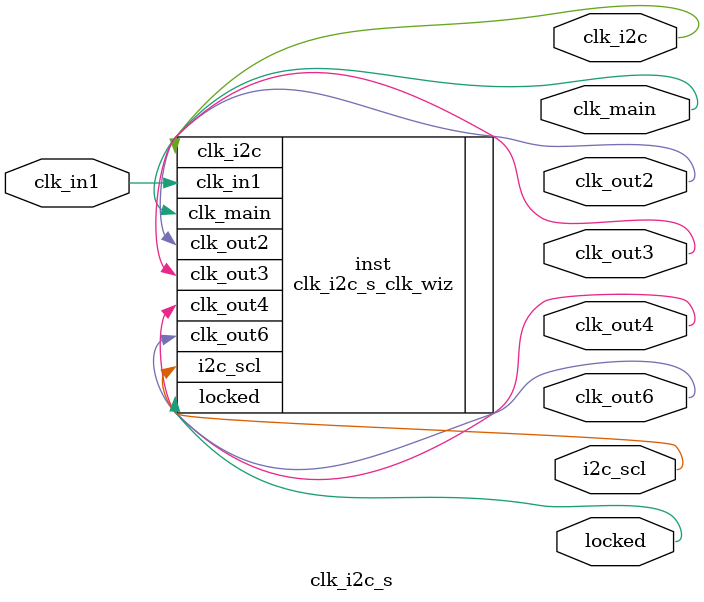
<source format=v>


`timescale 1ps/1ps

(* CORE_GENERATION_INFO = "clk_i2c_s,clk_wiz_v6_0_3_0_0,{component_name=clk_i2c_s,use_phase_alignment=true,use_min_o_jitter=false,use_max_i_jitter=false,use_dyn_phase_shift=false,use_inclk_switchover=false,use_dyn_reconfig=false,enable_axi=0,feedback_source=FDBK_AUTO,PRIMITIVE=MMCM,num_out_clk=7,clkin1_period=8.0,clkin2_period=10.000,use_power_down=false,use_reset=false,use_locked=true,use_inclk_stopped=false,feedback_type=SINGLE,CLOCK_MGR_TYPE=NA,manual_override=true}" *)

module clk_i2c_s 
 (
  // Clock out ports
  output        clk_main,
  output        clk_out2,
  output        clk_out3,
  output        clk_out4,
  output        i2c_scl,
  output        clk_out6,
  output        clk_i2c,
  // Status and control signals
  output        locked,
 // Clock in ports
  input         clk_in1
 );

  clk_i2c_s_clk_wiz inst
  (
  // Clock out ports  
  .clk_main(clk_main),
  .clk_out2(clk_out2),
  .clk_out3(clk_out3),
  .clk_out4(clk_out4),
  .i2c_scl(i2c_scl),
  .clk_out6(clk_out6),
  .clk_i2c(clk_i2c),
  // Status and control signals               
  .locked(locked),
 // Clock in ports
  .clk_in1(clk_in1)
  );

endmodule

</source>
